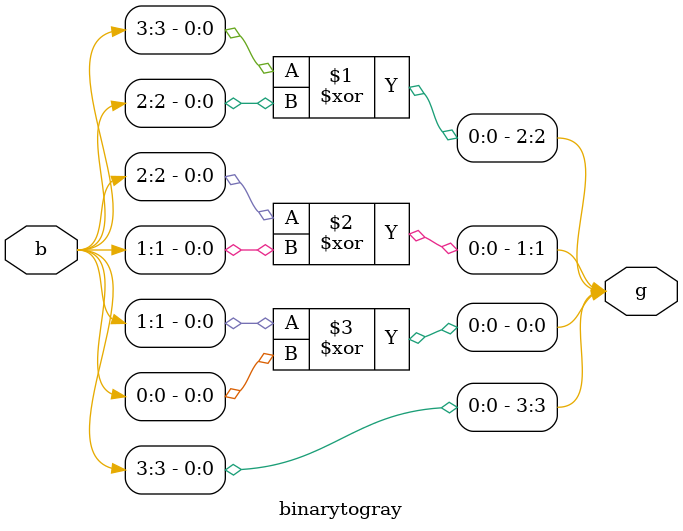
<source format=sv>
`timescale 1ns/1ps
module binarytogray(input [3:0]b, output [3:0]g );
  
  
  assign g[3] = b[3];
  assign g[2] = b[3] ^ b[2];
  assign g[1] = b[2] ^ b[1];
  assign g[0] = b[1] ^ b[0];
  
endmodule

</source>
